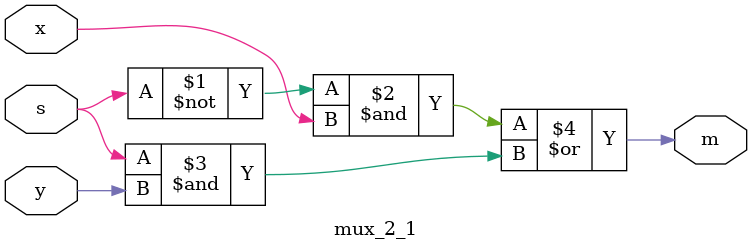
<source format=v>
module mux_2_1(
	input s, 
	input x,
	input y,
	output m
);

	assign m=(~s & x) | (s & y);
	
endmodule
</source>
